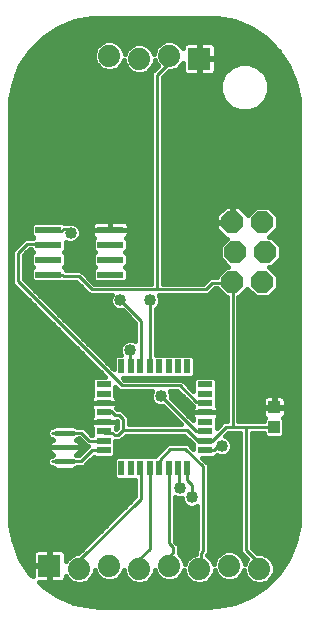
<source format=gtl>
G75*
%MOIN*%
%OFA0B0*%
%FSLAX25Y25*%
%IPPOS*%
%LPD*%
%AMOC8*
5,1,8,0,0,1.08239X$1,22.5*
%
%ADD10R,0.03937X0.04331*%
%ADD11R,0.07400X0.07400*%
%ADD12C,0.07400*%
%ADD13OC8,0.07400*%
%ADD14R,0.08700X0.02400*%
%ADD15R,0.05000X0.02200*%
%ADD16R,0.02200X0.05000*%
%ADD17C,0.01772*%
%ADD18C,0.01000*%
%ADD19C,0.01600*%
%ADD20C,0.03569*%
%ADD21C,0.04000*%
D10*
X0091800Y0063454D03*
X0091800Y0070146D03*
D11*
X0066800Y0186300D03*
X0016800Y0017300D03*
D12*
X0026800Y0016300D03*
X0036800Y0017300D03*
X0046800Y0016300D03*
X0056800Y0017300D03*
X0066800Y0016300D03*
X0076800Y0017300D03*
X0086800Y0016300D03*
X0056800Y0187300D03*
X0046800Y0186300D03*
X0036800Y0187300D03*
D13*
X0077800Y0131800D03*
X0078800Y0121800D03*
X0077800Y0111800D03*
X0087800Y0111800D03*
X0088800Y0121800D03*
X0087800Y0131800D03*
D14*
X0037100Y0129300D03*
X0037100Y0124300D03*
X0037100Y0119300D03*
X0037100Y0114300D03*
X0016500Y0114300D03*
X0016500Y0119300D03*
X0016500Y0124300D03*
X0016500Y0129300D03*
D15*
X0034900Y0077824D03*
X0034900Y0074674D03*
X0034900Y0071524D03*
X0034900Y0068375D03*
X0034900Y0065225D03*
X0034900Y0062076D03*
X0034900Y0058926D03*
X0034900Y0055776D03*
X0068700Y0055776D03*
X0068700Y0058926D03*
X0068700Y0062076D03*
X0068700Y0065225D03*
X0068700Y0068375D03*
X0068700Y0071524D03*
X0068700Y0074674D03*
X0068700Y0077824D03*
D16*
X0062824Y0083700D03*
X0059674Y0083700D03*
X0056524Y0083700D03*
X0053375Y0083700D03*
X0050225Y0083700D03*
X0047076Y0083700D03*
X0043926Y0083700D03*
X0040776Y0083700D03*
X0040776Y0049900D03*
X0043926Y0049900D03*
X0047076Y0049900D03*
X0050225Y0049900D03*
X0053375Y0049900D03*
X0056524Y0049900D03*
X0059674Y0049900D03*
X0062824Y0049900D03*
D17*
X0024664Y0052076D02*
X0018936Y0052076D01*
X0018936Y0056800D02*
X0024664Y0056800D01*
X0024664Y0061524D02*
X0018936Y0061524D01*
D18*
X0017800Y0061524D02*
X0021800Y0061524D01*
X0026100Y0061650D01*
X0027450Y0061650D01*
X0030150Y0058950D01*
X0034650Y0058950D01*
X0034900Y0058926D01*
X0034650Y0055800D02*
X0034900Y0055776D01*
X0034650Y0055800D02*
X0031050Y0055800D01*
X0027450Y0052200D01*
X0026100Y0052200D01*
X0021800Y0052076D01*
X0017800Y0052076D01*
X0017800Y0056800D02*
X0021800Y0056800D01*
X0025800Y0056800D01*
X0025800Y0052076D02*
X0021800Y0052076D01*
X0021800Y0061524D02*
X0025800Y0061524D01*
X0034900Y0062076D02*
X0035100Y0061650D01*
X0037800Y0061650D01*
X0038700Y0060750D01*
X0039600Y0060750D01*
X0041400Y0062550D01*
X0062550Y0062550D01*
X0066600Y0058500D01*
X0068400Y0058500D01*
X0068700Y0058926D01*
X0068850Y0058950D01*
X0071100Y0058950D01*
X0075600Y0063450D01*
X0077850Y0063450D01*
X0077850Y0111600D01*
X0077800Y0111800D01*
X0077400Y0111600D01*
X0071100Y0111600D01*
X0068850Y0109350D01*
X0052650Y0109350D01*
X0052650Y0180900D01*
X0056700Y0184950D01*
X0056700Y0187200D01*
X0056800Y0187300D01*
X0022500Y0129600D02*
X0023850Y0128250D01*
X0022500Y0129600D02*
X0021600Y0129600D01*
X0020700Y0128700D01*
X0017100Y0128700D01*
X0016500Y0129300D01*
X0016200Y0124650D02*
X0016500Y0124300D01*
X0016200Y0124650D02*
X0009450Y0124650D01*
X0006300Y0121500D01*
X0006300Y0112050D01*
X0040950Y0077400D01*
X0060300Y0077400D01*
X0065700Y0072000D01*
X0066150Y0072000D01*
X0066600Y0071550D01*
X0068400Y0071550D01*
X0068700Y0071524D01*
X0068400Y0062100D02*
X0065700Y0062100D01*
X0054000Y0073800D01*
X0050400Y0083700D02*
X0050225Y0083700D01*
X0050400Y0083700D02*
X0050400Y0105750D01*
X0052650Y0109350D02*
X0031050Y0109350D01*
X0026550Y0113850D01*
X0021600Y0113850D01*
X0021150Y0114300D01*
X0016500Y0114300D01*
X0035550Y0068850D02*
X0035100Y0068400D01*
X0034900Y0068375D01*
X0035550Y0068850D02*
X0037350Y0068850D01*
X0038700Y0067500D01*
X0040050Y0067500D01*
X0041400Y0066150D01*
X0041400Y0062550D01*
X0047076Y0049900D02*
X0047250Y0049500D01*
X0047250Y0039600D01*
X0027000Y0019350D01*
X0027000Y0016650D01*
X0026800Y0016300D01*
X0046800Y0016300D02*
X0046800Y0019350D01*
X0050400Y0022950D01*
X0050400Y0049500D01*
X0050225Y0049900D01*
X0053375Y0049900D02*
X0053550Y0049950D01*
X0053550Y0052650D01*
X0057150Y0056250D01*
X0062100Y0056250D01*
X0067950Y0050400D01*
X0067950Y0022050D01*
X0067500Y0021600D01*
X0067500Y0017100D01*
X0067050Y0016650D01*
X0066800Y0016300D01*
X0058050Y0021600D02*
X0057150Y0020700D01*
X0057150Y0017550D01*
X0056800Y0017300D01*
X0058050Y0021600D02*
X0058050Y0023400D01*
X0056700Y0024750D01*
X0056700Y0049500D01*
X0056524Y0049900D01*
X0059674Y0049900D02*
X0059850Y0049500D01*
X0059850Y0043650D01*
X0060300Y0043200D01*
X0062550Y0045900D02*
X0064350Y0044100D01*
X0064350Y0040050D01*
X0062550Y0045900D02*
X0062550Y0049500D01*
X0062824Y0049900D01*
X0068700Y0055776D02*
X0068850Y0055800D01*
X0071550Y0055800D01*
X0072900Y0057150D01*
X0074250Y0057150D01*
X0077850Y0063450D02*
X0082350Y0063450D01*
X0082350Y0022500D01*
X0086400Y0018450D01*
X0086400Y0016650D01*
X0086800Y0016300D01*
X0068700Y0062076D02*
X0068400Y0062100D01*
X0082350Y0063450D02*
X0091800Y0063450D01*
X0091800Y0063454D01*
X0047250Y0083700D02*
X0047076Y0083700D01*
X0047250Y0083700D02*
X0047250Y0099000D01*
X0040500Y0105750D01*
X0043650Y0089100D02*
X0043650Y0083700D01*
X0043926Y0083700D01*
D19*
X0011300Y0017785D02*
X0008362Y0017785D01*
X0009430Y0016187D02*
X0011300Y0016187D01*
X0011300Y0017100D02*
X0011300Y0013806D01*
X0010459Y0014647D01*
X0007168Y0019572D01*
X0004901Y0025044D01*
X0003745Y0030854D01*
X0003600Y0033816D01*
X0003600Y0169784D01*
X0003745Y0172746D01*
X0004901Y0178556D01*
X0007168Y0184028D01*
X0010459Y0188953D01*
X0014647Y0193141D01*
X0019572Y0196432D01*
X0025044Y0198699D01*
X0030854Y0199855D01*
X0033816Y0200000D01*
X0069784Y0200000D01*
X0072746Y0199855D01*
X0078556Y0198699D01*
X0084028Y0196432D01*
X0088953Y0193141D01*
X0093141Y0188953D01*
X0096432Y0184028D01*
X0098699Y0178556D01*
X0099855Y0172746D01*
X0100000Y0169784D01*
X0100000Y0033816D01*
X0099855Y0030854D01*
X0098699Y0025044D01*
X0096432Y0019572D01*
X0093141Y0014647D01*
X0088953Y0010459D01*
X0084028Y0007168D01*
X0078556Y0004901D01*
X0072746Y0003745D01*
X0069784Y0003600D01*
X0033816Y0003600D01*
X0030854Y0003745D01*
X0025044Y0004901D01*
X0019572Y0007168D01*
X0014647Y0010459D01*
X0013306Y0011800D01*
X0016600Y0011800D01*
X0016600Y0017100D01*
X0017000Y0017100D01*
X0017000Y0011800D01*
X0020737Y0011800D01*
X0021195Y0011923D01*
X0021605Y0012160D01*
X0021940Y0012495D01*
X0022177Y0012905D01*
X0022300Y0013363D01*
X0022300Y0013837D01*
X0022476Y0013411D01*
X0023911Y0011976D01*
X0025786Y0011200D01*
X0027814Y0011200D01*
X0029689Y0011976D01*
X0031124Y0013411D01*
X0031900Y0015286D01*
X0031900Y0015803D01*
X0032476Y0014411D01*
X0033911Y0012976D01*
X0035786Y0012200D01*
X0037814Y0012200D01*
X0039689Y0012976D01*
X0041124Y0014411D01*
X0041700Y0015803D01*
X0041700Y0015286D01*
X0042476Y0013411D01*
X0043911Y0011976D01*
X0045786Y0011200D01*
X0047814Y0011200D01*
X0049689Y0011976D01*
X0051124Y0013411D01*
X0051900Y0015286D01*
X0051900Y0015803D01*
X0052476Y0014411D01*
X0053911Y0012976D01*
X0055786Y0012200D01*
X0057814Y0012200D01*
X0059689Y0012976D01*
X0061124Y0014411D01*
X0061700Y0015803D01*
X0061700Y0015286D01*
X0062476Y0013411D01*
X0063911Y0011976D01*
X0065786Y0011200D01*
X0067814Y0011200D01*
X0069689Y0011976D01*
X0071124Y0013411D01*
X0071900Y0015286D01*
X0071900Y0015803D01*
X0072476Y0014411D01*
X0073911Y0012976D01*
X0075786Y0012200D01*
X0077814Y0012200D01*
X0079689Y0012976D01*
X0081124Y0014411D01*
X0081700Y0015803D01*
X0081700Y0015286D01*
X0082476Y0013411D01*
X0083911Y0011976D01*
X0085786Y0011200D01*
X0087814Y0011200D01*
X0089689Y0011976D01*
X0091124Y0013411D01*
X0091900Y0015286D01*
X0091900Y0017314D01*
X0091124Y0019189D01*
X0089689Y0020624D01*
X0087814Y0021400D01*
X0086137Y0021400D01*
X0084250Y0023287D01*
X0084250Y0061550D01*
X0088431Y0061550D01*
X0088431Y0060708D01*
X0089252Y0059888D01*
X0094348Y0059888D01*
X0095168Y0060708D01*
X0095168Y0066199D01*
X0094844Y0066523D01*
X0094874Y0066541D01*
X0095209Y0066876D01*
X0095446Y0067286D01*
X0095568Y0067744D01*
X0095568Y0069962D01*
X0091984Y0069962D01*
X0091984Y0070331D01*
X0091616Y0070331D01*
X0091616Y0074112D01*
X0089595Y0074112D01*
X0089137Y0073989D01*
X0088726Y0073752D01*
X0088391Y0073417D01*
X0088154Y0073007D01*
X0088031Y0072549D01*
X0088031Y0070331D01*
X0091616Y0070331D01*
X0091616Y0069962D01*
X0088031Y0069962D01*
X0088031Y0067744D01*
X0088154Y0067286D01*
X0088391Y0066876D01*
X0088726Y0066541D01*
X0088756Y0066523D01*
X0088431Y0066199D01*
X0088431Y0065350D01*
X0079750Y0065350D01*
X0079750Y0106700D01*
X0079912Y0106700D01*
X0082800Y0109588D01*
X0085688Y0106700D01*
X0089912Y0106700D01*
X0092900Y0109688D01*
X0092900Y0113912D01*
X0090112Y0116700D01*
X0090912Y0116700D01*
X0093900Y0119688D01*
X0093900Y0123912D01*
X0090912Y0126900D01*
X0090112Y0126900D01*
X0092900Y0129688D01*
X0092900Y0133912D01*
X0089912Y0136900D01*
X0085688Y0136900D01*
X0083083Y0134295D01*
X0080078Y0137300D01*
X0078000Y0137300D01*
X0078000Y0132000D01*
X0077600Y0132000D01*
X0077600Y0137300D01*
X0075522Y0137300D01*
X0072300Y0134078D01*
X0072300Y0132000D01*
X0077600Y0132000D01*
X0077600Y0131600D01*
X0072300Y0131600D01*
X0072300Y0129522D01*
X0075522Y0126300D01*
X0076088Y0126300D01*
X0073700Y0123912D01*
X0073700Y0119688D01*
X0076488Y0116900D01*
X0075688Y0116900D01*
X0072700Y0113912D01*
X0072700Y0113500D01*
X0070313Y0113500D01*
X0069200Y0112387D01*
X0068063Y0111250D01*
X0054550Y0111250D01*
X0054550Y0180113D01*
X0056637Y0182200D01*
X0057814Y0182200D01*
X0059689Y0182976D01*
X0061124Y0184411D01*
X0061300Y0184837D01*
X0061300Y0182363D01*
X0061423Y0181905D01*
X0061660Y0181495D01*
X0061995Y0181160D01*
X0062405Y0180923D01*
X0062863Y0180800D01*
X0066600Y0180800D01*
X0066600Y0186100D01*
X0067000Y0186100D01*
X0067000Y0186500D01*
X0066600Y0186500D01*
X0066600Y0191800D01*
X0062863Y0191800D01*
X0062405Y0191677D01*
X0061995Y0191440D01*
X0061660Y0191105D01*
X0061423Y0190695D01*
X0061300Y0190237D01*
X0061300Y0189763D01*
X0061124Y0190189D01*
X0059689Y0191624D01*
X0057814Y0192400D01*
X0055786Y0192400D01*
X0053911Y0191624D01*
X0052476Y0190189D01*
X0051700Y0188314D01*
X0051700Y0187797D01*
X0051124Y0189189D01*
X0049689Y0190624D01*
X0047814Y0191400D01*
X0045786Y0191400D01*
X0043911Y0190624D01*
X0042476Y0189189D01*
X0041900Y0187797D01*
X0041900Y0188314D01*
X0041124Y0190189D01*
X0039689Y0191624D01*
X0037814Y0192400D01*
X0035786Y0192400D01*
X0033911Y0191624D01*
X0032476Y0190189D01*
X0031700Y0188314D01*
X0031700Y0186286D01*
X0032476Y0184411D01*
X0033911Y0182976D01*
X0035786Y0182200D01*
X0037814Y0182200D01*
X0039689Y0182976D01*
X0041124Y0184411D01*
X0041700Y0185803D01*
X0041700Y0185286D01*
X0042476Y0183411D01*
X0043911Y0181976D01*
X0045786Y0181200D01*
X0047814Y0181200D01*
X0049689Y0181976D01*
X0051124Y0183411D01*
X0051900Y0185286D01*
X0051900Y0185803D01*
X0052476Y0184411D01*
X0052975Y0183912D01*
X0051863Y0182800D01*
X0050750Y0181687D01*
X0050750Y0111250D01*
X0031837Y0111250D01*
X0027337Y0115750D01*
X0022387Y0115750D01*
X0022250Y0115887D01*
X0022250Y0116080D01*
X0021530Y0116800D01*
X0022250Y0117520D01*
X0022250Y0121080D01*
X0021530Y0121800D01*
X0022250Y0122520D01*
X0022250Y0125233D01*
X0023174Y0124850D01*
X0024526Y0124850D01*
X0025776Y0125368D01*
X0026732Y0126324D01*
X0027250Y0127574D01*
X0027250Y0128926D01*
X0026732Y0130176D01*
X0025776Y0131132D01*
X0024526Y0131650D01*
X0023174Y0131650D01*
X0022812Y0131500D01*
X0021830Y0131500D01*
X0021430Y0131900D01*
X0011570Y0131900D01*
X0010750Y0131080D01*
X0010750Y0127520D01*
X0011470Y0126800D01*
X0011220Y0126550D01*
X0008663Y0126550D01*
X0007550Y0125437D01*
X0004400Y0122287D01*
X0004400Y0120713D01*
X0004400Y0111263D01*
X0005513Y0110150D01*
X0035339Y0080324D01*
X0031820Y0080324D01*
X0031000Y0079504D01*
X0031000Y0073770D01*
X0030960Y0073730D01*
X0030723Y0073319D01*
X0030600Y0072861D01*
X0030600Y0071524D01*
X0030600Y0070187D01*
X0030723Y0069730D01*
X0030960Y0069319D01*
X0031000Y0069279D01*
X0031000Y0067471D01*
X0030960Y0067430D01*
X0030723Y0067020D01*
X0030600Y0066562D01*
X0030600Y0065225D01*
X0030600Y0063888D01*
X0030723Y0063430D01*
X0030960Y0063020D01*
X0031000Y0062980D01*
X0031000Y0060850D01*
X0030937Y0060850D01*
X0029350Y0062437D01*
X0028237Y0063550D01*
X0026855Y0063550D01*
X0026831Y0063572D01*
X0026072Y0063550D01*
X0025871Y0063550D01*
X0025611Y0063810D01*
X0025400Y0063810D01*
X0025400Y0063831D01*
X0024931Y0064300D01*
X0018669Y0064300D01*
X0018200Y0063831D01*
X0018200Y0063810D01*
X0017989Y0063810D01*
X0017603Y0063424D01*
X0017013Y0063424D01*
X0015900Y0062311D01*
X0015900Y0060737D01*
X0017013Y0059624D01*
X0017603Y0059624D01*
X0017935Y0059293D01*
X0017664Y0059180D01*
X0017224Y0058886D01*
X0016850Y0058512D01*
X0016556Y0058072D01*
X0016353Y0057583D01*
X0016250Y0057065D01*
X0016250Y0056800D01*
X0021800Y0056800D01*
X0027350Y0056800D01*
X0027350Y0057065D01*
X0027247Y0057583D01*
X0027044Y0058072D01*
X0026750Y0058512D01*
X0026376Y0058886D01*
X0025936Y0059180D01*
X0025665Y0059293D01*
X0025997Y0059624D01*
X0026587Y0059624D01*
X0026688Y0059725D01*
X0029363Y0057050D01*
X0029613Y0057050D01*
X0026681Y0054118D01*
X0026073Y0054100D01*
X0025872Y0054100D01*
X0025665Y0054307D01*
X0025936Y0054420D01*
X0026376Y0054714D01*
X0026750Y0055088D01*
X0027044Y0055528D01*
X0027247Y0056017D01*
X0027350Y0056535D01*
X0027350Y0056800D01*
X0021800Y0056800D01*
X0021800Y0056800D01*
X0021800Y0056800D01*
X0016250Y0056800D01*
X0016250Y0056535D01*
X0016353Y0056017D01*
X0016556Y0055528D01*
X0016850Y0055088D01*
X0017224Y0054714D01*
X0017664Y0054420D01*
X0017935Y0054307D01*
X0017603Y0053976D01*
X0017013Y0053976D01*
X0015900Y0052863D01*
X0015900Y0051289D01*
X0017013Y0050176D01*
X0017603Y0050176D01*
X0017989Y0049790D01*
X0018200Y0049790D01*
X0018200Y0049769D01*
X0018669Y0049300D01*
X0024931Y0049300D01*
X0025400Y0049769D01*
X0025400Y0049790D01*
X0025611Y0049790D01*
X0025997Y0050176D01*
X0026587Y0050176D01*
X0026711Y0050300D01*
X0028237Y0050300D01*
X0029350Y0051413D01*
X0031517Y0053580D01*
X0031820Y0053276D01*
X0037980Y0053276D01*
X0038800Y0054096D01*
X0038800Y0058850D01*
X0040387Y0058850D01*
X0042187Y0060650D01*
X0061763Y0060650D01*
X0064700Y0057713D01*
X0064800Y0057613D01*
X0064800Y0056237D01*
X0062887Y0058150D01*
X0056363Y0058150D01*
X0055250Y0057037D01*
X0052013Y0053800D01*
X0039096Y0053800D01*
X0038276Y0052980D01*
X0038276Y0046820D01*
X0039096Y0046000D01*
X0045350Y0046000D01*
X0045350Y0040387D01*
X0026363Y0021400D01*
X0025786Y0021400D01*
X0023911Y0020624D01*
X0022476Y0019189D01*
X0022300Y0018763D01*
X0022300Y0021237D01*
X0022177Y0021695D01*
X0021940Y0022105D01*
X0021605Y0022440D01*
X0021195Y0022677D01*
X0020737Y0022800D01*
X0017000Y0022800D01*
X0017000Y0017500D01*
X0016600Y0017500D01*
X0016600Y0022800D01*
X0012863Y0022800D01*
X0012405Y0022677D01*
X0011995Y0022440D01*
X0011660Y0022105D01*
X0011423Y0021695D01*
X0011300Y0021237D01*
X0011300Y0017500D01*
X0016600Y0017500D01*
X0016600Y0017100D01*
X0011300Y0017100D01*
X0011300Y0019384D02*
X0007294Y0019384D01*
X0006584Y0020982D02*
X0011300Y0020982D01*
X0012238Y0022581D02*
X0005922Y0022581D01*
X0005259Y0024179D02*
X0029142Y0024179D01*
X0030741Y0025778D02*
X0004755Y0025778D01*
X0004437Y0027376D02*
X0032339Y0027376D01*
X0033938Y0028975D02*
X0004119Y0028975D01*
X0003801Y0030573D02*
X0035536Y0030573D01*
X0037135Y0032172D02*
X0003681Y0032172D01*
X0003602Y0033770D02*
X0038733Y0033770D01*
X0040332Y0035369D02*
X0003600Y0035369D01*
X0003600Y0036967D02*
X0041930Y0036967D01*
X0043529Y0038566D02*
X0003600Y0038566D01*
X0003600Y0040164D02*
X0045127Y0040164D01*
X0045350Y0041763D02*
X0003600Y0041763D01*
X0003600Y0043361D02*
X0045350Y0043361D01*
X0045350Y0044960D02*
X0003600Y0044960D01*
X0003600Y0046558D02*
X0038538Y0046558D01*
X0038276Y0048157D02*
X0003600Y0048157D01*
X0003600Y0049755D02*
X0018213Y0049755D01*
X0015900Y0051354D02*
X0003600Y0051354D01*
X0003600Y0052952D02*
X0015990Y0052952D01*
X0017468Y0054551D02*
X0003600Y0054551D01*
X0003600Y0056149D02*
X0016327Y0056149D01*
X0016421Y0057748D02*
X0003600Y0057748D01*
X0003600Y0059346D02*
X0017881Y0059346D01*
X0015900Y0060945D02*
X0003600Y0060945D01*
X0003600Y0062543D02*
X0016132Y0062543D01*
X0018511Y0064142D02*
X0003600Y0064142D01*
X0003600Y0065740D02*
X0030600Y0065740D01*
X0030600Y0065225D02*
X0034900Y0065225D01*
X0034900Y0065225D01*
X0039200Y0065225D01*
X0039200Y0063888D01*
X0039077Y0063430D01*
X0038942Y0063195D01*
X0039150Y0062987D01*
X0039500Y0063337D01*
X0039500Y0065363D01*
X0039263Y0065600D01*
X0039200Y0065600D01*
X0039200Y0065225D01*
X0034900Y0065225D01*
X0030600Y0065225D01*
X0030600Y0064142D02*
X0025089Y0064142D01*
X0025719Y0059346D02*
X0027067Y0059346D01*
X0027179Y0057748D02*
X0028665Y0057748D01*
X0028712Y0056149D02*
X0027273Y0056149D01*
X0027114Y0054551D02*
X0026132Y0054551D01*
X0025387Y0049755D02*
X0038276Y0049755D01*
X0038276Y0051354D02*
X0029291Y0051354D01*
X0030889Y0052952D02*
X0038276Y0052952D01*
X0038800Y0054551D02*
X0052764Y0054551D01*
X0054362Y0056149D02*
X0038800Y0056149D01*
X0038800Y0057748D02*
X0055961Y0057748D01*
X0060663Y0064450D02*
X0043300Y0064450D01*
X0043300Y0066937D01*
X0041950Y0068287D01*
X0040837Y0069400D01*
X0039487Y0069400D01*
X0039250Y0069637D01*
X0039094Y0069793D01*
X0039200Y0070187D01*
X0039200Y0071524D01*
X0034900Y0071524D01*
X0034900Y0071524D01*
X0030600Y0071524D01*
X0034900Y0071524D01*
X0034900Y0071524D01*
X0039200Y0071524D01*
X0039200Y0072861D01*
X0039077Y0073319D01*
X0038840Y0073730D01*
X0038800Y0073770D01*
X0038800Y0076863D01*
X0040163Y0075500D01*
X0051024Y0075500D01*
X0050600Y0074476D01*
X0050600Y0073124D01*
X0051118Y0071874D01*
X0052074Y0070918D01*
X0053324Y0070400D01*
X0054676Y0070400D01*
X0054702Y0070411D01*
X0060663Y0064450D01*
X0059373Y0065740D02*
X0043300Y0065740D01*
X0042898Y0067339D02*
X0057774Y0067339D01*
X0056176Y0068937D02*
X0041300Y0068937D01*
X0039200Y0070536D02*
X0052995Y0070536D01*
X0051010Y0072134D02*
X0039200Y0072134D01*
X0038837Y0073733D02*
X0050600Y0073733D01*
X0050954Y0075332D02*
X0038800Y0075332D01*
X0041737Y0079300D02*
X0041237Y0079800D01*
X0064504Y0079800D01*
X0065324Y0080620D01*
X0065324Y0086780D01*
X0064504Y0087600D01*
X0052300Y0087600D01*
X0052300Y0102857D01*
X0052326Y0102868D01*
X0053282Y0103824D01*
X0053800Y0105074D01*
X0053800Y0106426D01*
X0053376Y0107450D01*
X0069637Y0107450D01*
X0071887Y0109700D01*
X0072700Y0109700D01*
X0072700Y0109688D01*
X0075688Y0106700D01*
X0075950Y0106700D01*
X0075950Y0065350D01*
X0074813Y0065350D01*
X0072600Y0063137D01*
X0072600Y0066129D01*
X0072640Y0066170D01*
X0072877Y0066580D01*
X0073000Y0067038D01*
X0073000Y0068375D01*
X0073000Y0069712D01*
X0072877Y0070170D01*
X0072640Y0070580D01*
X0072600Y0070620D01*
X0072600Y0079504D01*
X0071780Y0080324D01*
X0065620Y0080324D01*
X0064800Y0079504D01*
X0064800Y0075587D01*
X0062200Y0078187D01*
X0061087Y0079300D01*
X0041737Y0079300D01*
X0038276Y0082761D02*
X0038276Y0086780D01*
X0039096Y0087600D01*
X0040591Y0087600D01*
X0040250Y0088424D01*
X0040250Y0089776D01*
X0040768Y0091026D01*
X0041724Y0091982D01*
X0042974Y0092500D01*
X0044326Y0092500D01*
X0045350Y0092076D01*
X0045350Y0098213D01*
X0041202Y0102361D01*
X0041176Y0102350D01*
X0039824Y0102350D01*
X0038574Y0102868D01*
X0037618Y0103824D01*
X0037100Y0105074D01*
X0037100Y0106426D01*
X0037524Y0107450D01*
X0030263Y0107450D01*
X0029150Y0108563D01*
X0025763Y0111950D01*
X0021680Y0111950D01*
X0021430Y0111700D01*
X0011570Y0111700D01*
X0010750Y0112520D01*
X0010750Y0116080D01*
X0011470Y0116800D01*
X0010750Y0117520D01*
X0010750Y0121080D01*
X0011470Y0121800D01*
X0010750Y0122520D01*
X0010750Y0122750D01*
X0010237Y0122750D01*
X0008200Y0120713D01*
X0008200Y0112837D01*
X0038276Y0082761D01*
X0038276Y0083324D02*
X0037713Y0083324D01*
X0038276Y0084923D02*
X0036114Y0084923D01*
X0034516Y0086521D02*
X0038276Y0086521D01*
X0040376Y0088120D02*
X0032917Y0088120D01*
X0031319Y0089718D02*
X0040250Y0089718D01*
X0041058Y0091317D02*
X0029720Y0091317D01*
X0028122Y0092915D02*
X0045350Y0092915D01*
X0045350Y0094514D02*
X0026523Y0094514D01*
X0024925Y0096112D02*
X0045350Y0096112D01*
X0045350Y0097711D02*
X0023326Y0097711D01*
X0021728Y0099309D02*
X0044254Y0099309D01*
X0042655Y0100908D02*
X0020129Y0100908D01*
X0018531Y0102506D02*
X0039447Y0102506D01*
X0037501Y0104105D02*
X0016932Y0104105D01*
X0015334Y0105703D02*
X0037100Y0105703D01*
X0037463Y0107302D02*
X0013735Y0107302D01*
X0012137Y0108900D02*
X0028813Y0108900D01*
X0027214Y0110499D02*
X0010538Y0110499D01*
X0011173Y0112097D02*
X0008940Y0112097D01*
X0008200Y0113696D02*
X0010750Y0113696D01*
X0010750Y0115294D02*
X0008200Y0115294D01*
X0008200Y0116893D02*
X0011377Y0116893D01*
X0010750Y0118491D02*
X0008200Y0118491D01*
X0008200Y0120090D02*
X0010750Y0120090D01*
X0011358Y0121688D02*
X0009175Y0121688D01*
X0006998Y0124885D02*
X0003600Y0124885D01*
X0003600Y0123287D02*
X0005400Y0123287D01*
X0004400Y0121688D02*
X0003600Y0121688D01*
X0003600Y0120090D02*
X0004400Y0120090D01*
X0004400Y0118491D02*
X0003600Y0118491D01*
X0003600Y0116893D02*
X0004400Y0116893D01*
X0004400Y0115294D02*
X0003600Y0115294D01*
X0003600Y0113696D02*
X0004400Y0113696D01*
X0004400Y0112097D02*
X0003600Y0112097D01*
X0003600Y0110499D02*
X0005164Y0110499D01*
X0003600Y0108900D02*
X0006763Y0108900D01*
X0008361Y0107302D02*
X0003600Y0107302D01*
X0003600Y0105703D02*
X0009960Y0105703D01*
X0011558Y0104105D02*
X0003600Y0104105D01*
X0003600Y0102506D02*
X0013157Y0102506D01*
X0014755Y0100908D02*
X0003600Y0100908D01*
X0003600Y0099309D02*
X0016354Y0099309D01*
X0017952Y0097711D02*
X0003600Y0097711D01*
X0003600Y0096112D02*
X0019551Y0096112D01*
X0021149Y0094514D02*
X0003600Y0094514D01*
X0003600Y0092915D02*
X0022748Y0092915D01*
X0024346Y0091317D02*
X0003600Y0091317D01*
X0003600Y0089718D02*
X0025945Y0089718D01*
X0027543Y0088120D02*
X0003600Y0088120D01*
X0003600Y0086521D02*
X0029142Y0086521D01*
X0030740Y0084923D02*
X0003600Y0084923D01*
X0003600Y0083324D02*
X0032339Y0083324D01*
X0033937Y0081726D02*
X0003600Y0081726D01*
X0003600Y0080127D02*
X0031624Y0080127D01*
X0031000Y0078529D02*
X0003600Y0078529D01*
X0003600Y0076930D02*
X0031000Y0076930D01*
X0031000Y0075332D02*
X0003600Y0075332D01*
X0003600Y0073733D02*
X0030963Y0073733D01*
X0030600Y0072134D02*
X0003600Y0072134D01*
X0003600Y0070536D02*
X0030600Y0070536D01*
X0031000Y0068937D02*
X0003600Y0068937D01*
X0003600Y0067339D02*
X0030907Y0067339D01*
X0031000Y0062543D02*
X0029244Y0062543D01*
X0030842Y0060945D02*
X0031000Y0060945D01*
X0034900Y0065225D02*
X0034900Y0065225D01*
X0039200Y0064142D02*
X0039500Y0064142D01*
X0040883Y0059346D02*
X0063067Y0059346D01*
X0063289Y0057748D02*
X0064665Y0057748D01*
X0067761Y0053276D02*
X0071780Y0053276D01*
X0072600Y0054096D01*
X0072600Y0054153D01*
X0073574Y0053750D01*
X0074926Y0053750D01*
X0076176Y0054268D01*
X0077132Y0055224D01*
X0077650Y0056474D01*
X0077650Y0057826D01*
X0077132Y0059076D01*
X0076176Y0060032D01*
X0075252Y0060415D01*
X0076387Y0061550D01*
X0080450Y0061550D01*
X0080450Y0021713D01*
X0082725Y0019438D01*
X0082476Y0019189D01*
X0081900Y0017797D01*
X0081900Y0018314D01*
X0081124Y0020189D01*
X0079689Y0021624D01*
X0077814Y0022400D01*
X0075786Y0022400D01*
X0073911Y0021624D01*
X0072476Y0020189D01*
X0071700Y0018314D01*
X0071700Y0017797D01*
X0071124Y0019189D01*
X0069689Y0020624D01*
X0069400Y0020743D01*
X0069400Y0020813D01*
X0069850Y0021263D01*
X0069850Y0051187D01*
X0068737Y0052300D01*
X0067761Y0053276D01*
X0068085Y0052952D02*
X0080450Y0052952D01*
X0080450Y0051354D02*
X0069683Y0051354D01*
X0069850Y0049755D02*
X0080450Y0049755D01*
X0080450Y0048157D02*
X0069850Y0048157D01*
X0069850Y0046558D02*
X0080450Y0046558D01*
X0080450Y0044960D02*
X0069850Y0044960D01*
X0069850Y0043361D02*
X0080450Y0043361D01*
X0080450Y0041763D02*
X0069850Y0041763D01*
X0069850Y0040164D02*
X0080450Y0040164D01*
X0080450Y0038566D02*
X0069850Y0038566D01*
X0069850Y0036967D02*
X0080450Y0036967D01*
X0080450Y0035369D02*
X0069850Y0035369D01*
X0069850Y0033770D02*
X0080450Y0033770D01*
X0080450Y0032172D02*
X0069850Y0032172D01*
X0069850Y0030573D02*
X0080450Y0030573D01*
X0080450Y0028975D02*
X0069850Y0028975D01*
X0069850Y0027376D02*
X0080450Y0027376D01*
X0080450Y0025778D02*
X0069850Y0025778D01*
X0069850Y0024179D02*
X0080450Y0024179D01*
X0080450Y0022581D02*
X0069850Y0022581D01*
X0069569Y0020982D02*
X0073270Y0020982D01*
X0072143Y0019384D02*
X0070929Y0019384D01*
X0071611Y0014588D02*
X0072403Y0014588D01*
X0073898Y0012990D02*
X0070702Y0012990D01*
X0068276Y0011391D02*
X0085324Y0011391D01*
X0085564Y0008194D02*
X0018036Y0008194D01*
X0015644Y0009793D02*
X0087956Y0009793D01*
X0088276Y0011391D02*
X0089885Y0011391D01*
X0090702Y0012990D02*
X0091484Y0012990D01*
X0091611Y0014588D02*
X0093082Y0014588D01*
X0094170Y0016187D02*
X0091900Y0016187D01*
X0091705Y0017785D02*
X0095238Y0017785D01*
X0096306Y0019384D02*
X0090929Y0019384D01*
X0088823Y0020982D02*
X0097016Y0020982D01*
X0097678Y0022581D02*
X0084956Y0022581D01*
X0084250Y0024179D02*
X0098341Y0024179D01*
X0098845Y0025778D02*
X0084250Y0025778D01*
X0084250Y0027376D02*
X0099163Y0027376D01*
X0099481Y0028975D02*
X0084250Y0028975D01*
X0084250Y0030573D02*
X0099799Y0030573D01*
X0099919Y0032172D02*
X0084250Y0032172D01*
X0084250Y0033770D02*
X0099998Y0033770D01*
X0100000Y0035369D02*
X0084250Y0035369D01*
X0084250Y0036967D02*
X0100000Y0036967D01*
X0100000Y0038566D02*
X0084250Y0038566D01*
X0084250Y0040164D02*
X0100000Y0040164D01*
X0100000Y0041763D02*
X0084250Y0041763D01*
X0084250Y0043361D02*
X0100000Y0043361D01*
X0100000Y0044960D02*
X0084250Y0044960D01*
X0084250Y0046558D02*
X0100000Y0046558D01*
X0100000Y0048157D02*
X0084250Y0048157D01*
X0084250Y0049755D02*
X0100000Y0049755D01*
X0100000Y0051354D02*
X0084250Y0051354D01*
X0084250Y0052952D02*
X0100000Y0052952D01*
X0100000Y0054551D02*
X0084250Y0054551D01*
X0084250Y0056149D02*
X0100000Y0056149D01*
X0100000Y0057748D02*
X0084250Y0057748D01*
X0084250Y0059346D02*
X0100000Y0059346D01*
X0100000Y0060945D02*
X0095168Y0060945D01*
X0095168Y0062543D02*
X0100000Y0062543D01*
X0100000Y0064142D02*
X0095168Y0064142D01*
X0095168Y0065740D02*
X0100000Y0065740D01*
X0100000Y0067339D02*
X0095460Y0067339D01*
X0095568Y0068937D02*
X0100000Y0068937D01*
X0100000Y0070536D02*
X0095568Y0070536D01*
X0095568Y0070331D02*
X0095568Y0072549D01*
X0095446Y0073007D01*
X0095209Y0073417D01*
X0094874Y0073752D01*
X0094463Y0073989D01*
X0094005Y0074112D01*
X0091984Y0074112D01*
X0091984Y0070331D01*
X0095568Y0070331D01*
X0095568Y0072134D02*
X0100000Y0072134D01*
X0100000Y0073733D02*
X0094893Y0073733D01*
X0091984Y0073733D02*
X0091616Y0073733D01*
X0091616Y0072134D02*
X0091984Y0072134D01*
X0091984Y0070536D02*
X0091616Y0070536D01*
X0088707Y0073733D02*
X0079750Y0073733D01*
X0079750Y0072134D02*
X0088031Y0072134D01*
X0088031Y0070536D02*
X0079750Y0070536D01*
X0079750Y0068937D02*
X0088031Y0068937D01*
X0088140Y0067339D02*
X0079750Y0067339D01*
X0079750Y0065740D02*
X0088431Y0065740D01*
X0088431Y0060945D02*
X0084250Y0060945D01*
X0080450Y0060945D02*
X0075782Y0060945D01*
X0076862Y0059346D02*
X0080450Y0059346D01*
X0080450Y0057748D02*
X0077650Y0057748D01*
X0077516Y0056149D02*
X0080450Y0056149D01*
X0080450Y0054551D02*
X0076459Y0054551D01*
X0073605Y0064142D02*
X0072600Y0064142D01*
X0072600Y0065740D02*
X0075950Y0065740D01*
X0075950Y0067339D02*
X0073000Y0067339D01*
X0073000Y0068375D02*
X0068700Y0068375D01*
X0073000Y0068375D01*
X0073000Y0068937D02*
X0075950Y0068937D01*
X0075950Y0070536D02*
X0072666Y0070536D01*
X0072600Y0072134D02*
X0075950Y0072134D01*
X0075950Y0073733D02*
X0072600Y0073733D01*
X0072600Y0075332D02*
X0075950Y0075332D01*
X0075950Y0076930D02*
X0072600Y0076930D01*
X0072600Y0078529D02*
X0075950Y0078529D01*
X0075950Y0080127D02*
X0071976Y0080127D01*
X0075950Y0081726D02*
X0065324Y0081726D01*
X0065324Y0083324D02*
X0075950Y0083324D01*
X0075950Y0084923D02*
X0065324Y0084923D01*
X0065324Y0086521D02*
X0075950Y0086521D01*
X0075950Y0088120D02*
X0052300Y0088120D01*
X0052300Y0089718D02*
X0075950Y0089718D01*
X0075950Y0091317D02*
X0052300Y0091317D01*
X0052300Y0092915D02*
X0075950Y0092915D01*
X0075950Y0094514D02*
X0052300Y0094514D01*
X0052300Y0096112D02*
X0075950Y0096112D01*
X0075950Y0097711D02*
X0052300Y0097711D01*
X0052300Y0099309D02*
X0075950Y0099309D01*
X0075950Y0100908D02*
X0052300Y0100908D01*
X0052300Y0102506D02*
X0075950Y0102506D01*
X0075950Y0104105D02*
X0053399Y0104105D01*
X0053800Y0105703D02*
X0075950Y0105703D01*
X0075086Y0107302D02*
X0053437Y0107302D01*
X0054550Y0112097D02*
X0068910Y0112097D01*
X0071087Y0108900D02*
X0073487Y0108900D01*
X0072700Y0113696D02*
X0054550Y0113696D01*
X0054550Y0115294D02*
X0074082Y0115294D01*
X0075680Y0116893D02*
X0054550Y0116893D01*
X0054550Y0118491D02*
X0074896Y0118491D01*
X0073700Y0120090D02*
X0054550Y0120090D01*
X0054550Y0121688D02*
X0073700Y0121688D01*
X0073700Y0123287D02*
X0054550Y0123287D01*
X0054550Y0124885D02*
X0074673Y0124885D01*
X0075338Y0126484D02*
X0054550Y0126484D01*
X0054550Y0128082D02*
X0073739Y0128082D01*
X0072300Y0129681D02*
X0054550Y0129681D01*
X0054550Y0131279D02*
X0072300Y0131279D01*
X0072300Y0132878D02*
X0054550Y0132878D01*
X0054550Y0134476D02*
X0072698Y0134476D01*
X0074297Y0136075D02*
X0054550Y0136075D01*
X0054550Y0137673D02*
X0100000Y0137673D01*
X0100000Y0136075D02*
X0090738Y0136075D01*
X0092336Y0134476D02*
X0100000Y0134476D01*
X0100000Y0132878D02*
X0092900Y0132878D01*
X0092900Y0131279D02*
X0100000Y0131279D01*
X0100000Y0129681D02*
X0092893Y0129681D01*
X0091295Y0128082D02*
X0100000Y0128082D01*
X0100000Y0126484D02*
X0091329Y0126484D01*
X0092927Y0124885D02*
X0100000Y0124885D01*
X0100000Y0123287D02*
X0093900Y0123287D01*
X0093900Y0121688D02*
X0100000Y0121688D01*
X0100000Y0120090D02*
X0093900Y0120090D01*
X0092704Y0118491D02*
X0100000Y0118491D01*
X0100000Y0116893D02*
X0091105Y0116893D01*
X0091518Y0115294D02*
X0100000Y0115294D01*
X0100000Y0113696D02*
X0092900Y0113696D01*
X0092900Y0112097D02*
X0100000Y0112097D01*
X0100000Y0110499D02*
X0092900Y0110499D01*
X0092113Y0108900D02*
X0100000Y0108900D01*
X0100000Y0107302D02*
X0090514Y0107302D01*
X0085086Y0107302D02*
X0080514Y0107302D01*
X0079750Y0105703D02*
X0100000Y0105703D01*
X0100000Y0104105D02*
X0079750Y0104105D01*
X0079750Y0102506D02*
X0100000Y0102506D01*
X0100000Y0100908D02*
X0079750Y0100908D01*
X0079750Y0099309D02*
X0100000Y0099309D01*
X0100000Y0097711D02*
X0079750Y0097711D01*
X0079750Y0096112D02*
X0100000Y0096112D01*
X0100000Y0094514D02*
X0079750Y0094514D01*
X0079750Y0092915D02*
X0100000Y0092915D01*
X0100000Y0091317D02*
X0079750Y0091317D01*
X0079750Y0089718D02*
X0100000Y0089718D01*
X0100000Y0088120D02*
X0079750Y0088120D01*
X0079750Y0086521D02*
X0100000Y0086521D01*
X0100000Y0084923D02*
X0079750Y0084923D01*
X0079750Y0083324D02*
X0100000Y0083324D01*
X0100000Y0081726D02*
X0079750Y0081726D01*
X0079750Y0080127D02*
X0100000Y0080127D01*
X0100000Y0078529D02*
X0079750Y0078529D01*
X0079750Y0076930D02*
X0100000Y0076930D01*
X0100000Y0075332D02*
X0079750Y0075332D01*
X0068700Y0068375D02*
X0068700Y0068375D01*
X0068700Y0068375D01*
X0064400Y0068375D01*
X0064400Y0069712D01*
X0064523Y0070170D01*
X0064640Y0070373D01*
X0059513Y0075500D01*
X0056976Y0075500D01*
X0057400Y0074476D01*
X0057400Y0073124D01*
X0057389Y0073098D01*
X0064800Y0065687D01*
X0064800Y0066129D01*
X0064760Y0066170D01*
X0064523Y0066580D01*
X0064400Y0067038D01*
X0064400Y0068375D01*
X0068700Y0068375D01*
X0064400Y0068937D02*
X0061549Y0068937D01*
X0063148Y0067339D02*
X0064400Y0067339D01*
X0064747Y0065740D02*
X0064800Y0065740D01*
X0064477Y0070536D02*
X0059951Y0070536D01*
X0058352Y0072134D02*
X0062878Y0072134D01*
X0061280Y0073733D02*
X0057400Y0073733D01*
X0057046Y0075332D02*
X0059681Y0075332D01*
X0061858Y0078529D02*
X0064800Y0078529D01*
X0064831Y0080127D02*
X0065424Y0080127D01*
X0064800Y0076930D02*
X0063457Y0076930D01*
X0082113Y0108900D02*
X0083487Y0108900D01*
X0078000Y0132878D02*
X0077600Y0132878D01*
X0077600Y0134476D02*
X0078000Y0134476D01*
X0078000Y0136075D02*
X0077600Y0136075D01*
X0081303Y0136075D02*
X0084862Y0136075D01*
X0083264Y0134476D02*
X0082902Y0134476D01*
X0100000Y0139272D02*
X0054550Y0139272D01*
X0054550Y0140870D02*
X0100000Y0140870D01*
X0100000Y0142469D02*
X0054550Y0142469D01*
X0054550Y0144068D02*
X0100000Y0144068D01*
X0100000Y0145666D02*
X0054550Y0145666D01*
X0054550Y0147265D02*
X0100000Y0147265D01*
X0100000Y0148863D02*
X0054550Y0148863D01*
X0054550Y0150462D02*
X0100000Y0150462D01*
X0100000Y0152060D02*
X0054550Y0152060D01*
X0054550Y0153659D02*
X0100000Y0153659D01*
X0100000Y0155257D02*
X0054550Y0155257D01*
X0054550Y0156856D02*
X0100000Y0156856D01*
X0100000Y0158454D02*
X0054550Y0158454D01*
X0054550Y0160053D02*
X0100000Y0160053D01*
X0100000Y0161651D02*
X0054550Y0161651D01*
X0054550Y0163250D02*
X0100000Y0163250D01*
X0100000Y0164848D02*
X0054550Y0164848D01*
X0054550Y0166447D02*
X0100000Y0166447D01*
X0100000Y0168045D02*
X0054550Y0168045D01*
X0054550Y0169644D02*
X0077913Y0169644D01*
X0077212Y0169934D02*
X0080189Y0168701D01*
X0083411Y0168701D01*
X0086388Y0169934D01*
X0088666Y0172212D01*
X0089899Y0175189D01*
X0089899Y0178411D01*
X0088666Y0181388D01*
X0086388Y0183666D01*
X0083411Y0184899D01*
X0080189Y0184899D01*
X0077212Y0183666D01*
X0074934Y0181388D01*
X0073701Y0178411D01*
X0073701Y0175189D01*
X0074934Y0172212D01*
X0077212Y0169934D01*
X0075904Y0171242D02*
X0054550Y0171242D01*
X0054550Y0172841D02*
X0074673Y0172841D01*
X0074011Y0174439D02*
X0054550Y0174439D01*
X0054550Y0176038D02*
X0073701Y0176038D01*
X0073701Y0177636D02*
X0054550Y0177636D01*
X0054550Y0179235D02*
X0074042Y0179235D01*
X0074704Y0180833D02*
X0070861Y0180833D01*
X0070737Y0180800D02*
X0071195Y0180923D01*
X0071605Y0181160D01*
X0071940Y0181495D01*
X0072177Y0181905D01*
X0072300Y0182363D01*
X0072300Y0186100D01*
X0067000Y0186100D01*
X0067000Y0180800D01*
X0070737Y0180800D01*
X0072300Y0182432D02*
X0075978Y0182432D01*
X0078091Y0184030D02*
X0072300Y0184030D01*
X0072300Y0185629D02*
X0095362Y0185629D01*
X0094294Y0187227D02*
X0072300Y0187227D01*
X0072300Y0186500D02*
X0072300Y0190237D01*
X0072177Y0190695D01*
X0071940Y0191105D01*
X0071605Y0191440D01*
X0071195Y0191677D01*
X0070737Y0191800D01*
X0067000Y0191800D01*
X0067000Y0186500D01*
X0072300Y0186500D01*
X0072300Y0188826D02*
X0093226Y0188826D01*
X0091670Y0190424D02*
X0072250Y0190424D01*
X0067000Y0190424D02*
X0066600Y0190424D01*
X0066600Y0188826D02*
X0067000Y0188826D01*
X0067000Y0187227D02*
X0066600Y0187227D01*
X0066600Y0185629D02*
X0067000Y0185629D01*
X0067000Y0184030D02*
X0066600Y0184030D01*
X0066600Y0182432D02*
X0067000Y0182432D01*
X0067000Y0180833D02*
X0066600Y0180833D01*
X0062739Y0180833D02*
X0055270Y0180833D01*
X0052857Y0184030D02*
X0051380Y0184030D01*
X0051495Y0182432D02*
X0050144Y0182432D01*
X0050750Y0180833D02*
X0005845Y0180833D01*
X0005182Y0179235D02*
X0050750Y0179235D01*
X0050750Y0177636D02*
X0004718Y0177636D01*
X0004400Y0176038D02*
X0050750Y0176038D01*
X0050750Y0174439D02*
X0004082Y0174439D01*
X0003764Y0172841D02*
X0050750Y0172841D01*
X0050750Y0171242D02*
X0003672Y0171242D01*
X0003600Y0169644D02*
X0050750Y0169644D01*
X0050750Y0168045D02*
X0003600Y0168045D01*
X0003600Y0166447D02*
X0050750Y0166447D01*
X0050750Y0164848D02*
X0003600Y0164848D01*
X0003600Y0163250D02*
X0050750Y0163250D01*
X0050750Y0161651D02*
X0003600Y0161651D01*
X0003600Y0160053D02*
X0050750Y0160053D01*
X0050750Y0158454D02*
X0003600Y0158454D01*
X0003600Y0156856D02*
X0050750Y0156856D01*
X0050750Y0155257D02*
X0003600Y0155257D01*
X0003600Y0153659D02*
X0050750Y0153659D01*
X0050750Y0152060D02*
X0003600Y0152060D01*
X0003600Y0150462D02*
X0050750Y0150462D01*
X0050750Y0148863D02*
X0003600Y0148863D01*
X0003600Y0147265D02*
X0050750Y0147265D01*
X0050750Y0145666D02*
X0003600Y0145666D01*
X0003600Y0144068D02*
X0050750Y0144068D01*
X0050750Y0142469D02*
X0003600Y0142469D01*
X0003600Y0140870D02*
X0050750Y0140870D01*
X0050750Y0139272D02*
X0003600Y0139272D01*
X0003600Y0137673D02*
X0050750Y0137673D01*
X0050750Y0136075D02*
X0003600Y0136075D01*
X0003600Y0134476D02*
X0050750Y0134476D01*
X0050750Y0132878D02*
X0003600Y0132878D01*
X0003600Y0131279D02*
X0010950Y0131279D01*
X0010750Y0129681D02*
X0003600Y0129681D01*
X0003600Y0128082D02*
X0010750Y0128082D01*
X0008597Y0126484D02*
X0003600Y0126484D01*
X0021642Y0121688D02*
X0031958Y0121688D01*
X0032070Y0121800D02*
X0031350Y0121080D01*
X0031350Y0117520D01*
X0032070Y0116800D01*
X0031350Y0116080D01*
X0031350Y0112520D01*
X0032170Y0111700D01*
X0042030Y0111700D01*
X0042850Y0112520D01*
X0042850Y0116080D01*
X0042130Y0116800D01*
X0042850Y0117520D01*
X0042850Y0121080D01*
X0042130Y0121800D01*
X0042850Y0122520D01*
X0042850Y0126080D01*
X0042375Y0126555D01*
X0042555Y0126660D01*
X0042890Y0126995D01*
X0043127Y0127405D01*
X0043250Y0127863D01*
X0043250Y0129300D01*
X0043250Y0130737D01*
X0043127Y0131195D01*
X0042890Y0131605D01*
X0042555Y0131940D01*
X0042145Y0132177D01*
X0041687Y0132300D01*
X0037100Y0132300D01*
X0037100Y0129300D01*
X0037100Y0129300D01*
X0043250Y0129300D01*
X0037100Y0129300D01*
X0037100Y0129300D01*
X0037100Y0132300D01*
X0032513Y0132300D01*
X0032055Y0132177D01*
X0031645Y0131940D01*
X0031310Y0131605D01*
X0031073Y0131195D01*
X0030950Y0130737D01*
X0030950Y0129300D01*
X0037100Y0129300D01*
X0037100Y0129300D01*
X0030950Y0129300D01*
X0030950Y0127863D01*
X0031073Y0127405D01*
X0031310Y0126995D01*
X0031645Y0126660D01*
X0031825Y0126555D01*
X0031350Y0126080D01*
X0031350Y0122520D01*
X0032070Y0121800D01*
X0031350Y0123287D02*
X0022250Y0123287D01*
X0022250Y0124885D02*
X0023088Y0124885D01*
X0024612Y0124885D02*
X0031350Y0124885D01*
X0031754Y0126484D02*
X0026799Y0126484D01*
X0027250Y0128082D02*
X0030950Y0128082D01*
X0030950Y0129681D02*
X0026937Y0129681D01*
X0025421Y0131279D02*
X0031122Y0131279D01*
X0037100Y0131279D02*
X0037100Y0131279D01*
X0037100Y0129681D02*
X0037100Y0129681D01*
X0042446Y0126484D02*
X0050750Y0126484D01*
X0050750Y0128082D02*
X0043250Y0128082D01*
X0043250Y0129681D02*
X0050750Y0129681D01*
X0050750Y0131279D02*
X0043078Y0131279D01*
X0042850Y0124885D02*
X0050750Y0124885D01*
X0050750Y0123287D02*
X0042850Y0123287D01*
X0042242Y0121688D02*
X0050750Y0121688D01*
X0050750Y0120090D02*
X0042850Y0120090D01*
X0042850Y0118491D02*
X0050750Y0118491D01*
X0050750Y0116893D02*
X0042223Y0116893D01*
X0042850Y0115294D02*
X0050750Y0115294D01*
X0050750Y0113696D02*
X0042850Y0113696D01*
X0042427Y0112097D02*
X0050750Y0112097D01*
X0031773Y0112097D02*
X0030990Y0112097D01*
X0031350Y0113696D02*
X0029391Y0113696D01*
X0027793Y0115294D02*
X0031350Y0115294D01*
X0031977Y0116893D02*
X0021623Y0116893D01*
X0022250Y0118491D02*
X0031350Y0118491D01*
X0031350Y0120090D02*
X0022250Y0120090D01*
X0035226Y0182432D02*
X0006507Y0182432D01*
X0007169Y0184030D02*
X0032857Y0184030D01*
X0031972Y0185629D02*
X0008237Y0185629D01*
X0009306Y0187227D02*
X0031700Y0187227D01*
X0031912Y0188826D02*
X0010374Y0188826D01*
X0011930Y0190424D02*
X0032712Y0190424D01*
X0034875Y0192023D02*
X0013529Y0192023D01*
X0015365Y0193621D02*
X0088235Y0193621D01*
X0090071Y0192023D02*
X0058725Y0192023D01*
X0060888Y0190424D02*
X0061350Y0190424D01*
X0061300Y0184030D02*
X0060743Y0184030D01*
X0061300Y0182432D02*
X0058374Y0182432D01*
X0054875Y0192023D02*
X0038725Y0192023D01*
X0040888Y0190424D02*
X0043712Y0190424D01*
X0042326Y0188826D02*
X0041688Y0188826D01*
X0041628Y0185629D02*
X0041700Y0185629D01*
X0042220Y0184030D02*
X0040743Y0184030D01*
X0038374Y0182432D02*
X0043456Y0182432D01*
X0049888Y0190424D02*
X0052712Y0190424D01*
X0051912Y0188826D02*
X0051274Y0188826D01*
X0051900Y0185629D02*
X0051972Y0185629D01*
X0079236Y0198417D02*
X0024364Y0198417D01*
X0020504Y0196818D02*
X0083096Y0196818D01*
X0085842Y0195220D02*
X0017758Y0195220D01*
X0085509Y0184030D02*
X0096431Y0184030D01*
X0097093Y0182432D02*
X0087622Y0182432D01*
X0088896Y0180833D02*
X0097755Y0180833D01*
X0098418Y0179235D02*
X0089558Y0179235D01*
X0089899Y0177636D02*
X0098882Y0177636D01*
X0099200Y0176038D02*
X0089899Y0176038D01*
X0089589Y0174439D02*
X0099518Y0174439D01*
X0099836Y0172841D02*
X0088927Y0172841D01*
X0087696Y0171242D02*
X0099928Y0171242D01*
X0100000Y0169644D02*
X0085687Y0169644D01*
X0060950Y0039800D02*
X0059624Y0039800D01*
X0058600Y0040224D01*
X0058600Y0025537D01*
X0058837Y0025300D01*
X0059950Y0024187D01*
X0059950Y0021362D01*
X0061124Y0020189D01*
X0061900Y0018314D01*
X0061900Y0017797D01*
X0062476Y0019189D01*
X0063911Y0020624D01*
X0065600Y0021323D01*
X0065600Y0022387D01*
X0066050Y0022837D01*
X0066050Y0037074D01*
X0065026Y0036650D01*
X0063674Y0036650D01*
X0062424Y0037168D01*
X0061468Y0038124D01*
X0060950Y0039374D01*
X0060950Y0039800D01*
X0061285Y0038566D02*
X0058600Y0038566D01*
X0058600Y0040164D02*
X0058744Y0040164D01*
X0058600Y0036967D02*
X0062908Y0036967D01*
X0065792Y0036967D02*
X0066050Y0036967D01*
X0066050Y0035369D02*
X0058600Y0035369D01*
X0058600Y0033770D02*
X0066050Y0033770D01*
X0066050Y0032172D02*
X0058600Y0032172D01*
X0058600Y0030573D02*
X0066050Y0030573D01*
X0066050Y0028975D02*
X0058600Y0028975D01*
X0058600Y0027376D02*
X0066050Y0027376D01*
X0066050Y0025778D02*
X0058600Y0025778D01*
X0059950Y0024179D02*
X0066050Y0024179D01*
X0065794Y0022581D02*
X0059950Y0022581D01*
X0060330Y0020982D02*
X0064777Y0020982D01*
X0062671Y0019384D02*
X0061457Y0019384D01*
X0061197Y0014588D02*
X0061989Y0014588D01*
X0062898Y0012990D02*
X0059702Y0012990D01*
X0053898Y0012990D02*
X0050702Y0012990D01*
X0051611Y0014588D02*
X0052403Y0014588D01*
X0048276Y0011391D02*
X0065324Y0011391D01*
X0079702Y0012990D02*
X0082898Y0012990D01*
X0081989Y0014588D02*
X0081197Y0014588D01*
X0081457Y0019384D02*
X0082671Y0019384D01*
X0081181Y0020982D02*
X0080330Y0020982D01*
X0082646Y0006596D02*
X0020954Y0006596D01*
X0024813Y0004997D02*
X0078787Y0004997D01*
X0045324Y0011391D02*
X0028276Y0011391D01*
X0030702Y0012990D02*
X0033898Y0012990D01*
X0032403Y0014588D02*
X0031611Y0014588D01*
X0027544Y0022581D02*
X0021362Y0022581D01*
X0022300Y0020982D02*
X0024777Y0020982D01*
X0022671Y0019384D02*
X0022300Y0019384D01*
X0022200Y0012990D02*
X0022898Y0012990D01*
X0025324Y0011391D02*
X0013715Y0011391D01*
X0016600Y0012990D02*
X0017000Y0012990D01*
X0017000Y0014588D02*
X0016600Y0014588D01*
X0016600Y0016187D02*
X0017000Y0016187D01*
X0017000Y0017785D02*
X0016600Y0017785D01*
X0016600Y0019384D02*
X0017000Y0019384D01*
X0017000Y0020982D02*
X0016600Y0020982D01*
X0016600Y0022581D02*
X0017000Y0022581D01*
X0011300Y0014588D02*
X0010518Y0014588D01*
X0039702Y0012990D02*
X0042898Y0012990D01*
X0041989Y0014588D02*
X0041197Y0014588D01*
D20*
X0061800Y0031800D03*
X0076800Y0036800D03*
X0074300Y0084300D03*
X0066800Y0091800D03*
X0084300Y0084300D03*
X0036800Y0091800D03*
X0024300Y0084300D03*
D21*
X0040500Y0105750D03*
X0043650Y0089100D03*
X0050400Y0105750D03*
X0054000Y0073800D03*
X0060300Y0043200D03*
X0064350Y0040050D03*
X0074250Y0057150D03*
X0023850Y0128250D03*
M02*

</source>
